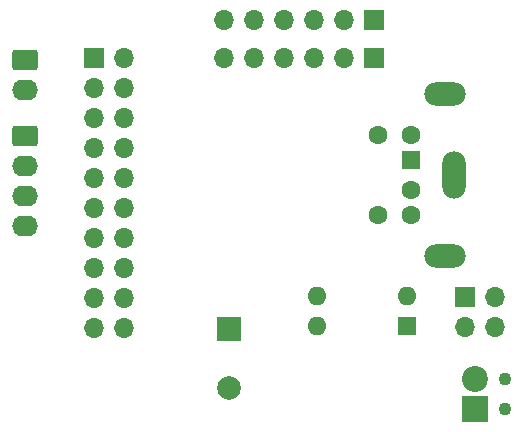
<source format=gbr>
%TF.GenerationSoftware,KiCad,Pcbnew,(6.0.8-1)-1*%
%TF.CreationDate,2022-10-27T21:51:24+08:00*%
%TF.ProjectId,Esp32_AGV_Relay,45737033-325f-4414-9756-5f52656c6179,rev?*%
%TF.SameCoordinates,Original*%
%TF.FileFunction,Soldermask,Bot*%
%TF.FilePolarity,Negative*%
%FSLAX46Y46*%
G04 Gerber Fmt 4.6, Leading zero omitted, Abs format (unit mm)*
G04 Created by KiCad (PCBNEW (6.0.8-1)-1) date 2022-10-27 21:51:24*
%MOMM*%
%LPD*%
G01*
G04 APERTURE LIST*
G04 Aperture macros list*
%AMRoundRect*
0 Rectangle with rounded corners*
0 $1 Rounding radius*
0 $2 $3 $4 $5 $6 $7 $8 $9 X,Y pos of 4 corners*
0 Add a 4 corners polygon primitive as box body*
4,1,4,$2,$3,$4,$5,$6,$7,$8,$9,$2,$3,0*
0 Add four circle primitives for the rounded corners*
1,1,$1+$1,$2,$3*
1,1,$1+$1,$4,$5*
1,1,$1+$1,$6,$7*
1,1,$1+$1,$8,$9*
0 Add four rect primitives between the rounded corners*
20,1,$1+$1,$2,$3,$4,$5,0*
20,1,$1+$1,$4,$5,$6,$7,0*
20,1,$1+$1,$6,$7,$8,$9,0*
20,1,$1+$1,$8,$9,$2,$3,0*%
G04 Aperture macros list end*
%ADD10RoundRect,0.250000X-0.845000X0.620000X-0.845000X-0.620000X0.845000X-0.620000X0.845000X0.620000X0*%
%ADD11O,2.190000X1.740000*%
%ADD12C,1.100000*%
%ADD13R,2.200000X2.200000*%
%ADD14C,2.200000*%
%ADD15R,1.600000X1.600000*%
%ADD16C,1.600000*%
%ADD17O,2.000000X4.000000*%
%ADD18O,3.500000X2.000000*%
%ADD19O,1.600000X1.600000*%
%ADD20R,1.700000X1.700000*%
%ADD21O,1.700000X1.700000*%
%ADD22R,2.000000X2.000000*%
%ADD23C,2.000000*%
G04 APERTURE END LIST*
D10*
%TO.C,J7*%
X122480000Y-96730000D03*
D11*
X122480000Y-99270000D03*
%TD*%
D12*
%TO.C,J1*%
X163055000Y-123750000D03*
X163055000Y-126290000D03*
D13*
X160515000Y-126290000D03*
D14*
X160515000Y-123750000D03*
%TD*%
D10*
%TO.C,J2*%
X122480000Y-103190000D03*
D11*
X122480000Y-105730000D03*
X122480000Y-108270000D03*
X122480000Y-110810000D03*
%TD*%
D15*
%TO.C,J3*%
X155125000Y-105190000D03*
D16*
X155125000Y-107790000D03*
X155125000Y-103090000D03*
X155125000Y-109890000D03*
X152325000Y-103090000D03*
X152325000Y-109890000D03*
D17*
X158775000Y-106490000D03*
D18*
X157975000Y-99640000D03*
X157975000Y-113340000D03*
%TD*%
D15*
%TO.C,U1*%
X154800000Y-119275000D03*
D19*
X154800000Y-116735000D03*
X147180000Y-116735000D03*
X147180000Y-119275000D03*
%TD*%
D20*
%TO.C,J6*%
X152000000Y-93400000D03*
D21*
X149460000Y-93400000D03*
X146920000Y-93400000D03*
X144380000Y-93400000D03*
X141840000Y-93400000D03*
X139300000Y-93400000D03*
%TD*%
D22*
%TO.C,C1*%
X139700000Y-119552323D03*
D23*
X139700000Y-124552323D03*
%TD*%
D20*
%TO.C,J4*%
X128270000Y-96570000D03*
D21*
X128270000Y-99110000D03*
X128270000Y-101650000D03*
X128270000Y-104190000D03*
X128270000Y-106730000D03*
X128270000Y-109270000D03*
X128270000Y-111810000D03*
X128270000Y-114350000D03*
X128270000Y-116890000D03*
X128270000Y-119430000D03*
X130810000Y-96570000D03*
X130810000Y-99110000D03*
X130810000Y-101650000D03*
X130810000Y-104190000D03*
X130810000Y-106730000D03*
X130810000Y-109270000D03*
X130810000Y-111810000D03*
X130810000Y-114350000D03*
X130810000Y-116890000D03*
X130810000Y-119430000D03*
%TD*%
D20*
%TO.C,J8*%
X159710000Y-116870000D03*
D21*
X159710000Y-119410000D03*
X162250000Y-116870000D03*
X162250000Y-119410000D03*
%TD*%
D20*
%TO.C,J5*%
X152000000Y-96575000D03*
D21*
X149460000Y-96575000D03*
X146920000Y-96575000D03*
X144380000Y-96575000D03*
X141840000Y-96575000D03*
X139300000Y-96575000D03*
%TD*%
M02*

</source>
